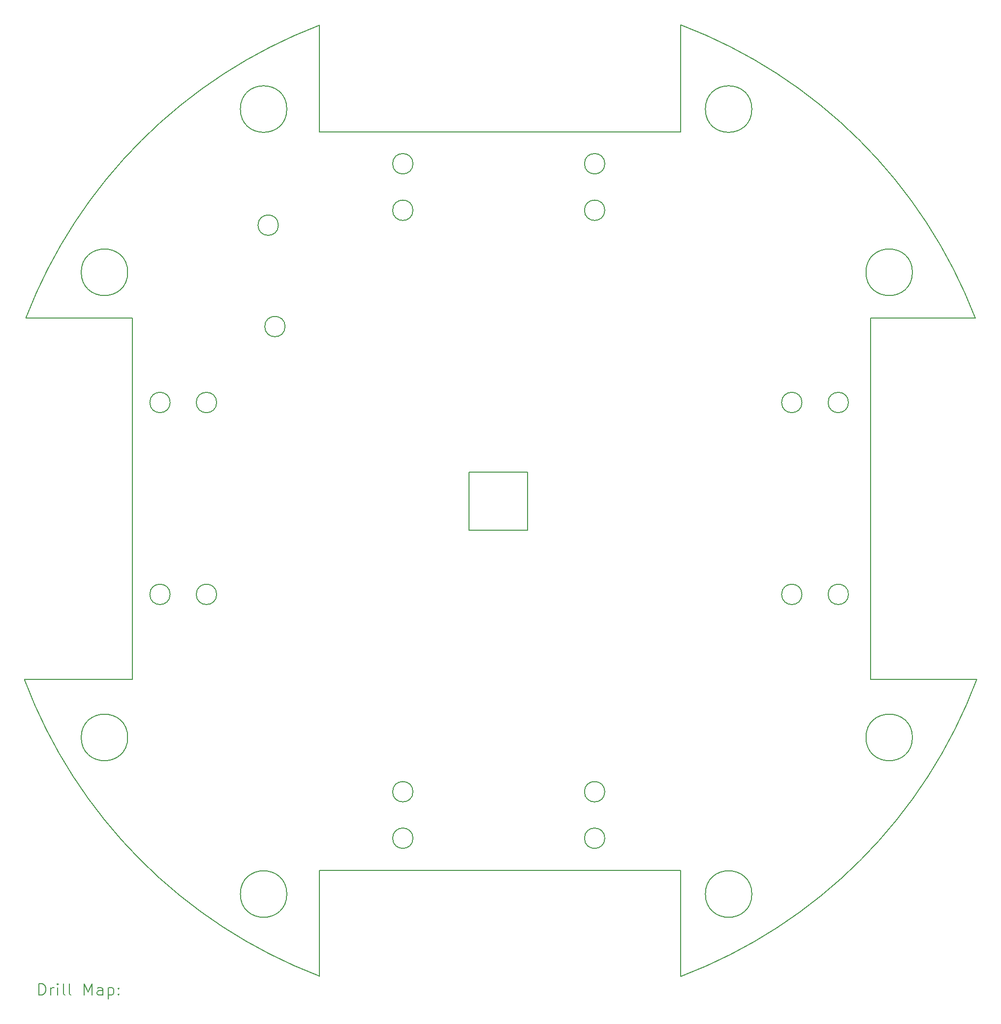
<source format=gbr>
%TF.GenerationSoftware,KiCad,Pcbnew,8.0.5*%
%TF.CreationDate,2024-11-10T17:01:48-05:00*%
%TF.ProjectId,RoboCup25PCBv1,526f626f-4375-4703-9235-50434276312e,rev?*%
%TF.SameCoordinates,Original*%
%TF.FileFunction,Drillmap*%
%TF.FilePolarity,Positive*%
%FSLAX45Y45*%
G04 Gerber Fmt 4.5, Leading zero omitted, Abs format (unit mm)*
G04 Created by KiCad (PCBNEW 8.0.5) date 2024-11-10 17:01:48*
%MOMM*%
%LPD*%
G01*
G04 APERTURE LIST*
%ADD10C,0.200000*%
G04 APERTURE END LIST*
D10*
X29217178Y-27008127D02*
X29217178Y-25191850D01*
X37519626Y-17143483D02*
G75*
G02*
X37169626Y-17143483I-175000J0D01*
G01*
X37169626Y-17143483D02*
G75*
G02*
X37519626Y-17143483I175000J0D01*
G01*
X35433478Y-25191850D02*
X35433478Y-27014925D01*
X40525785Y-21908150D02*
G75*
G02*
X35433478Y-27014925I-8191511J3075976D01*
G01*
X35433478Y-10649422D02*
X35433478Y-12491850D01*
X39420008Y-22904195D02*
G75*
G02*
X38620008Y-22904195I-400000J0D01*
G01*
X38620008Y-22904195D02*
G75*
G02*
X39420008Y-22904195I400000J0D01*
G01*
X26000000Y-15691850D02*
X26000000Y-21908150D01*
X24167213Y-15691850D02*
G75*
G02*
X29217178Y-10656220I8167059J-3140322D01*
G01*
X32795184Y-19340332D02*
X31795184Y-19340332D01*
X37519626Y-20443483D02*
G75*
G02*
X37169626Y-20443483I-175000J0D01*
G01*
X37169626Y-20443483D02*
G75*
G02*
X37519626Y-20443483I175000J0D01*
G01*
X25920008Y-22904195D02*
G75*
G02*
X25120008Y-22904195I-400000J0D01*
G01*
X25120008Y-22904195D02*
G75*
G02*
X25920008Y-22904195I400000J0D01*
G01*
X26649625Y-17143483D02*
G75*
G02*
X26299625Y-17143483I-175000J0D01*
G01*
X26299625Y-17143483D02*
G75*
G02*
X26649625Y-17143483I175000J0D01*
G01*
X28627500Y-15837588D02*
G75*
G02*
X28277500Y-15837588I-175000J0D01*
G01*
X28277500Y-15837588D02*
G75*
G02*
X28627500Y-15837588I175000J0D01*
G01*
X34127500Y-23837588D02*
G75*
G02*
X33777500Y-23837588I-175000J0D01*
G01*
X33777500Y-23837588D02*
G75*
G02*
X34127500Y-23837588I175000J0D01*
G01*
X26000000Y-21908150D02*
X24142761Y-21908150D01*
X30827500Y-24637588D02*
G75*
G02*
X30477500Y-24637588I-175000J0D01*
G01*
X30477500Y-24637588D02*
G75*
G02*
X30827500Y-24637588I175000J0D01*
G01*
X30827500Y-13837588D02*
G75*
G02*
X30477500Y-13837588I-175000J0D01*
G01*
X30477500Y-13837588D02*
G75*
G02*
X30827500Y-13837588I175000J0D01*
G01*
X26649625Y-20443483D02*
G75*
G02*
X26299625Y-20443483I-175000J0D01*
G01*
X26299625Y-20443483D02*
G75*
G02*
X26649625Y-20443483I175000J0D01*
G01*
X28511552Y-14094366D02*
G75*
G02*
X28161552Y-14094366I-175000J0D01*
G01*
X28161552Y-14094366D02*
G75*
G02*
X28511552Y-14094366I175000J0D01*
G01*
X38319626Y-17143483D02*
G75*
G02*
X37969626Y-17143483I-175000J0D01*
G01*
X37969626Y-17143483D02*
G75*
G02*
X38319626Y-17143483I175000J0D01*
G01*
X35433478Y-10649422D02*
G75*
G02*
X40501333Y-15691850I-3099203J-8182750D01*
G01*
X29217178Y-25191850D02*
X35433478Y-25191850D01*
X30827500Y-13037588D02*
G75*
G02*
X30477500Y-13037588I-175000J0D01*
G01*
X30477500Y-13037588D02*
G75*
G02*
X30827500Y-13037588I175000J0D01*
G01*
X29217178Y-27008127D02*
G75*
G02*
X24142761Y-21908150I3117092J8175951D01*
G01*
X34127500Y-24637588D02*
G75*
G02*
X33777500Y-24637588I-175000J0D01*
G01*
X33777500Y-24637588D02*
G75*
G02*
X34127500Y-24637588I175000J0D01*
G01*
X32795184Y-18340332D02*
X32795184Y-19340332D01*
X28657664Y-12097572D02*
G75*
G02*
X27857664Y-12097572I-400000J0D01*
G01*
X27857664Y-12097572D02*
G75*
G02*
X28657664Y-12097572I400000J0D01*
G01*
X27449625Y-17143483D02*
G75*
G02*
X27099625Y-17143483I-175000J0D01*
G01*
X27099625Y-17143483D02*
G75*
G02*
X27449625Y-17143483I175000J0D01*
G01*
X40525785Y-21908150D02*
X38700000Y-21908150D01*
X34127500Y-13037588D02*
G75*
G02*
X33777500Y-13037588I-175000J0D01*
G01*
X33777500Y-13037588D02*
G75*
G02*
X34127500Y-13037588I175000J0D01*
G01*
X36657665Y-12097572D02*
G75*
G02*
X35857665Y-12097572I-400000J0D01*
G01*
X35857665Y-12097572D02*
G75*
G02*
X36657665Y-12097572I400000J0D01*
G01*
X29217178Y-12491850D02*
X29217178Y-10656220D01*
X38700000Y-15691850D02*
X40501333Y-15691850D01*
X34127500Y-13837588D02*
G75*
G02*
X33777500Y-13837588I-175000J0D01*
G01*
X33777500Y-13837588D02*
G75*
G02*
X34127500Y-13837588I175000J0D01*
G01*
X25920008Y-14904195D02*
G75*
G02*
X25120008Y-14904195I-400000J0D01*
G01*
X25120008Y-14904195D02*
G75*
G02*
X25920008Y-14904195I400000J0D01*
G01*
X31795184Y-19340332D02*
X31795184Y-18340332D01*
X27449625Y-20443483D02*
G75*
G02*
X27099625Y-20443483I-175000J0D01*
G01*
X27099625Y-20443483D02*
G75*
G02*
X27449625Y-20443483I175000J0D01*
G01*
X38319626Y-20443483D02*
G75*
G02*
X37969626Y-20443483I-175000J0D01*
G01*
X37969626Y-20443483D02*
G75*
G02*
X38319626Y-20443483I175000J0D01*
G01*
X38700000Y-21908150D02*
X38700000Y-15691850D01*
X36657665Y-25597572D02*
G75*
G02*
X35857665Y-25597572I-400000J0D01*
G01*
X35857665Y-25597572D02*
G75*
G02*
X36657665Y-25597572I400000J0D01*
G01*
X35433478Y-12491850D02*
X29217178Y-12491850D01*
X28657664Y-25597572D02*
G75*
G02*
X27857664Y-25597572I-400000J0D01*
G01*
X27857664Y-25597572D02*
G75*
G02*
X28657664Y-25597572I400000J0D01*
G01*
X31795184Y-18340332D02*
X32795184Y-18340332D01*
X30827500Y-23837588D02*
G75*
G02*
X30477500Y-23837588I-175000J0D01*
G01*
X30477500Y-23837588D02*
G75*
G02*
X30827500Y-23837588I175000J0D01*
G01*
X24167213Y-15691850D02*
X26000000Y-15691850D01*
X39420008Y-14904195D02*
G75*
G02*
X38620008Y-14904195I-400000J0D01*
G01*
X38620008Y-14904195D02*
G75*
G02*
X39420008Y-14904195I400000J0D01*
G01*
X24393538Y-27336409D02*
X24393538Y-27136409D01*
X24393538Y-27136409D02*
X24441157Y-27136409D01*
X24441157Y-27136409D02*
X24469729Y-27145933D01*
X24469729Y-27145933D02*
X24488776Y-27164980D01*
X24488776Y-27164980D02*
X24498300Y-27184028D01*
X24498300Y-27184028D02*
X24507824Y-27222123D01*
X24507824Y-27222123D02*
X24507824Y-27250695D01*
X24507824Y-27250695D02*
X24498300Y-27288790D01*
X24498300Y-27288790D02*
X24488776Y-27307837D01*
X24488776Y-27307837D02*
X24469729Y-27326885D01*
X24469729Y-27326885D02*
X24441157Y-27336409D01*
X24441157Y-27336409D02*
X24393538Y-27336409D01*
X24593538Y-27336409D02*
X24593538Y-27203076D01*
X24593538Y-27241171D02*
X24603062Y-27222123D01*
X24603062Y-27222123D02*
X24612586Y-27212599D01*
X24612586Y-27212599D02*
X24631633Y-27203076D01*
X24631633Y-27203076D02*
X24650681Y-27203076D01*
X24717348Y-27336409D02*
X24717348Y-27203076D01*
X24717348Y-27136409D02*
X24707824Y-27145933D01*
X24707824Y-27145933D02*
X24717348Y-27155457D01*
X24717348Y-27155457D02*
X24726871Y-27145933D01*
X24726871Y-27145933D02*
X24717348Y-27136409D01*
X24717348Y-27136409D02*
X24717348Y-27155457D01*
X24841157Y-27336409D02*
X24822110Y-27326885D01*
X24822110Y-27326885D02*
X24812586Y-27307837D01*
X24812586Y-27307837D02*
X24812586Y-27136409D01*
X24945919Y-27336409D02*
X24926871Y-27326885D01*
X24926871Y-27326885D02*
X24917348Y-27307837D01*
X24917348Y-27307837D02*
X24917348Y-27136409D01*
X25174491Y-27336409D02*
X25174491Y-27136409D01*
X25174491Y-27136409D02*
X25241157Y-27279266D01*
X25241157Y-27279266D02*
X25307824Y-27136409D01*
X25307824Y-27136409D02*
X25307824Y-27336409D01*
X25488776Y-27336409D02*
X25488776Y-27231647D01*
X25488776Y-27231647D02*
X25479252Y-27212599D01*
X25479252Y-27212599D02*
X25460205Y-27203076D01*
X25460205Y-27203076D02*
X25422110Y-27203076D01*
X25422110Y-27203076D02*
X25403062Y-27212599D01*
X25488776Y-27326885D02*
X25469729Y-27336409D01*
X25469729Y-27336409D02*
X25422110Y-27336409D01*
X25422110Y-27336409D02*
X25403062Y-27326885D01*
X25403062Y-27326885D02*
X25393538Y-27307837D01*
X25393538Y-27307837D02*
X25393538Y-27288790D01*
X25393538Y-27288790D02*
X25403062Y-27269742D01*
X25403062Y-27269742D02*
X25422110Y-27260218D01*
X25422110Y-27260218D02*
X25469729Y-27260218D01*
X25469729Y-27260218D02*
X25488776Y-27250695D01*
X25584014Y-27203076D02*
X25584014Y-27403076D01*
X25584014Y-27212599D02*
X25603062Y-27203076D01*
X25603062Y-27203076D02*
X25641157Y-27203076D01*
X25641157Y-27203076D02*
X25660205Y-27212599D01*
X25660205Y-27212599D02*
X25669729Y-27222123D01*
X25669729Y-27222123D02*
X25679252Y-27241171D01*
X25679252Y-27241171D02*
X25679252Y-27298314D01*
X25679252Y-27298314D02*
X25669729Y-27317361D01*
X25669729Y-27317361D02*
X25660205Y-27326885D01*
X25660205Y-27326885D02*
X25641157Y-27336409D01*
X25641157Y-27336409D02*
X25603062Y-27336409D01*
X25603062Y-27336409D02*
X25584014Y-27326885D01*
X25764967Y-27317361D02*
X25774491Y-27326885D01*
X25774491Y-27326885D02*
X25764967Y-27336409D01*
X25764967Y-27336409D02*
X25755443Y-27326885D01*
X25755443Y-27326885D02*
X25764967Y-27317361D01*
X25764967Y-27317361D02*
X25764967Y-27336409D01*
X25764967Y-27212599D02*
X25774491Y-27222123D01*
X25774491Y-27222123D02*
X25764967Y-27231647D01*
X25764967Y-27231647D02*
X25755443Y-27222123D01*
X25755443Y-27222123D02*
X25764967Y-27212599D01*
X25764967Y-27212599D02*
X25764967Y-27231647D01*
M02*

</source>
